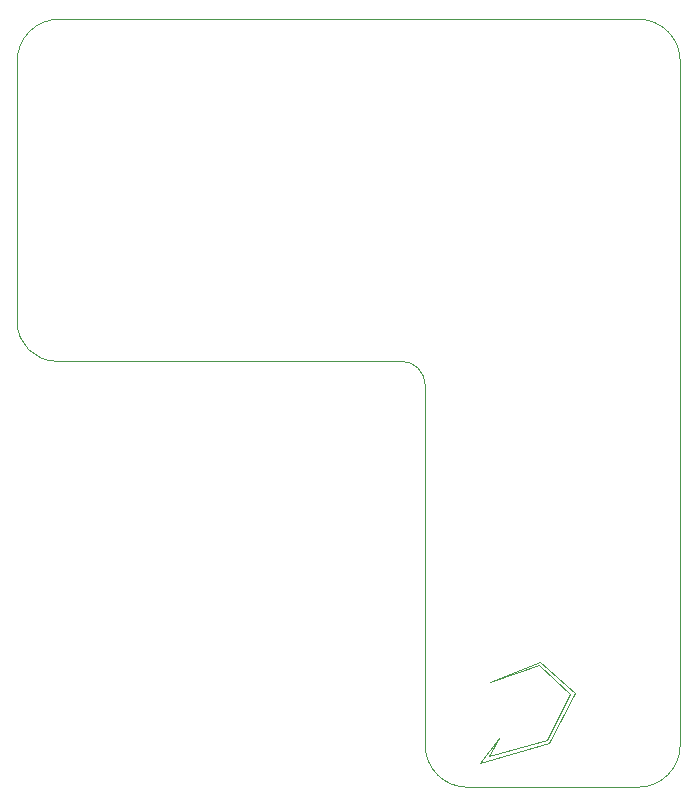
<source format=gbr>
%TF.GenerationSoftware,KiCad,Pcbnew,(6.0.9)*%
%TF.CreationDate,2023-02-22T10:58:03-06:00*%
%TF.ProjectId,shooting,73686f6f-7469-46e6-972e-6b696361645f,rev?*%
%TF.SameCoordinates,Original*%
%TF.FileFunction,Profile,NP*%
%FSLAX46Y46*%
G04 Gerber Fmt 4.6, Leading zero omitted, Abs format (unit mm)*
G04 Created by KiCad (PCBNEW (6.0.9)) date 2023-02-22 10:58:03*
%MOMM*%
%LPD*%
G01*
G04 APERTURE LIST*
%TA.AperFunction,Profile*%
%ADD10C,0.100000*%
%TD*%
G04 APERTURE END LIST*
D10*
X124460000Y-123444000D02*
G75*
G03*
X128016000Y-127000000I3556000J0D01*
G01*
X89916000Y-65532000D02*
X89916000Y-87630000D01*
X122428000Y-90932000D02*
X93218000Y-90932000D01*
X124460000Y-119634000D02*
X124460000Y-123444000D01*
X124460000Y-92964000D02*
G75*
G03*
X122428000Y-90932000I-2032000J0D01*
G01*
X137120000Y-119042000D02*
X134940000Y-123272000D01*
X129130000Y-124942000D01*
X129100000Y-124942000D01*
X129110000Y-124922000D01*
X130740000Y-122822000D01*
X130740000Y-122842000D01*
X129890000Y-124392000D01*
X134740000Y-122982000D01*
X136710000Y-119122000D01*
X134090000Y-116662000D01*
X129950000Y-118092000D01*
X129940000Y-118082000D01*
X134140000Y-116372000D01*
X137120000Y-119042000D01*
X93472000Y-61976000D02*
X142494000Y-61976000D01*
X89916000Y-87630000D02*
G75*
G03*
X93218000Y-90932000I3302000J0D01*
G01*
X146050000Y-65532000D02*
G75*
G03*
X142494000Y-61976000I-3556000J0D01*
G01*
X124460000Y-92964000D02*
X124460000Y-119634000D01*
X128016000Y-127000000D02*
X142494000Y-127000000D01*
X146050000Y-65532000D02*
X146050000Y-123444000D01*
X93472000Y-61976000D02*
G75*
G03*
X89916000Y-65532000I0J-3556000D01*
G01*
X142494000Y-127000000D02*
G75*
G03*
X146050000Y-123444000I0J3556000D01*
G01*
M02*

</source>
